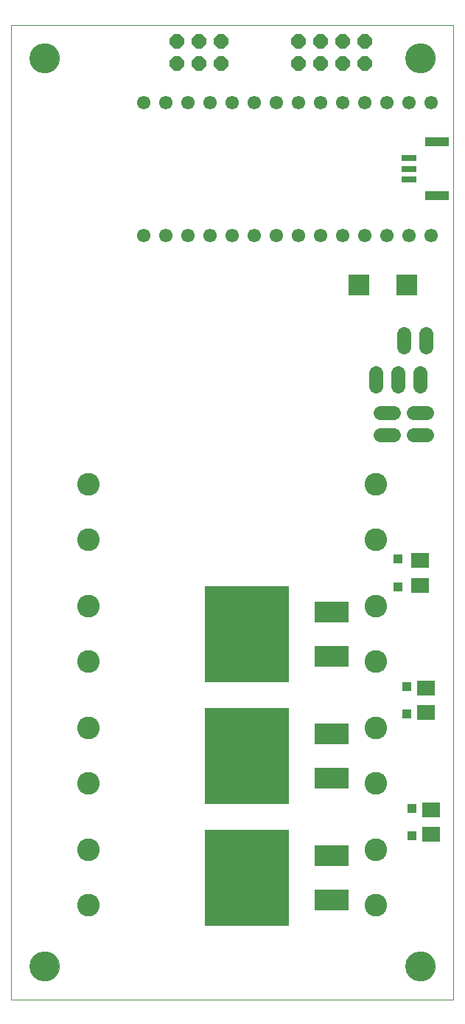
<source format=gbs>
G75*
%MOIN*%
%OFA0B0*%
%FSLAX25Y25*%
%IPPOS*%
%LPD*%
%AMOC8*
5,1,8,0,0,1.08239X$1,22.5*
%
%ADD10C,0.00300*%
%ADD11C,0.10243*%
%ADD12R,0.15400X0.09534*%
%ADD13R,0.38392X0.43707*%
%ADD14R,0.04140X0.03943*%
%ADD15R,0.08274X0.06699*%
%ADD16R,0.09400X0.09400*%
%ADD17OC8,0.06400*%
%ADD18C,0.06400*%
%ADD19C,0.06100*%
%ADD20C,0.00000*%
%ADD21C,0.13400*%
%ADD22R,0.07093X0.02762*%
%ADD23R,0.11030X0.04337*%
D10*
X0255000Y0285000D02*
X0455000Y0285000D01*
X0455000Y0725000D01*
X0255000Y0725000D01*
X0255000Y0285000D01*
D11*
X0290000Y0327500D03*
X0290000Y0352500D03*
X0290000Y0382500D03*
X0290000Y0407500D03*
X0290000Y0437500D03*
X0290000Y0462500D03*
X0290000Y0492500D03*
X0290000Y0517500D03*
X0420000Y0517500D03*
X0420000Y0492500D03*
X0420000Y0462500D03*
X0420000Y0437500D03*
X0420000Y0407500D03*
X0420000Y0382500D03*
X0420000Y0352500D03*
X0420000Y0327500D03*
D12*
X0399882Y0330000D03*
X0399882Y0350000D03*
X0399882Y0385000D03*
X0399882Y0405000D03*
X0399882Y0440000D03*
X0399882Y0460000D03*
D13*
X0361614Y0450000D03*
X0361614Y0395000D03*
X0361614Y0340000D03*
D14*
X0433750Y0413799D03*
X0433750Y0426201D03*
X0430000Y0471299D03*
X0430000Y0483701D03*
X0436250Y0371201D03*
X0436250Y0358799D03*
D15*
X0445000Y0359488D03*
X0445000Y0370512D03*
X0442500Y0414488D03*
X0442500Y0425512D03*
X0440000Y0471988D03*
X0440000Y0483012D03*
D16*
X0433975Y0607500D03*
X0412275Y0607500D03*
D17*
X0415000Y0707500D03*
X0415000Y0717500D03*
X0405000Y0717500D03*
X0405000Y0707500D03*
X0395000Y0707500D03*
X0395000Y0717500D03*
X0385000Y0717500D03*
X0385000Y0707500D03*
X0350000Y0707500D03*
X0350000Y0717500D03*
X0340000Y0717500D03*
X0340000Y0707500D03*
X0330000Y0707500D03*
X0330000Y0717500D03*
D18*
X0432500Y0585500D02*
X0432500Y0579500D01*
X0430000Y0568000D02*
X0430000Y0562000D01*
X0440000Y0562000D02*
X0440000Y0568000D01*
X0442500Y0579500D02*
X0442500Y0585500D01*
X0420000Y0568000D02*
X0420000Y0562000D01*
X0422000Y0550000D02*
X0428000Y0550000D01*
X0437000Y0550000D02*
X0443000Y0550000D01*
X0443000Y0540000D02*
X0437000Y0540000D01*
X0428000Y0540000D02*
X0422000Y0540000D01*
D19*
X0425000Y0630000D03*
X0415000Y0630000D03*
X0405000Y0630000D03*
X0395000Y0630000D03*
X0385000Y0630000D03*
X0375000Y0630000D03*
X0365000Y0630000D03*
X0355000Y0630000D03*
X0345000Y0630000D03*
X0335000Y0630000D03*
X0325000Y0630000D03*
X0315000Y0630000D03*
X0315000Y0690000D03*
X0325000Y0690000D03*
X0335000Y0690000D03*
X0345000Y0690000D03*
X0355000Y0690000D03*
X0365000Y0690000D03*
X0375000Y0690000D03*
X0385000Y0690000D03*
X0395000Y0690000D03*
X0405000Y0690000D03*
X0415000Y0690000D03*
X0425000Y0690000D03*
X0435000Y0690000D03*
X0445000Y0690000D03*
X0445000Y0630000D03*
X0435000Y0630000D03*
D20*
X0433500Y0710000D02*
X0433502Y0710161D01*
X0433508Y0710321D01*
X0433518Y0710482D01*
X0433532Y0710642D01*
X0433550Y0710802D01*
X0433571Y0710961D01*
X0433597Y0711120D01*
X0433627Y0711278D01*
X0433660Y0711435D01*
X0433698Y0711592D01*
X0433739Y0711747D01*
X0433784Y0711901D01*
X0433833Y0712054D01*
X0433886Y0712206D01*
X0433942Y0712357D01*
X0434003Y0712506D01*
X0434066Y0712654D01*
X0434134Y0712800D01*
X0434205Y0712944D01*
X0434279Y0713086D01*
X0434357Y0713227D01*
X0434439Y0713365D01*
X0434524Y0713502D01*
X0434612Y0713636D01*
X0434704Y0713768D01*
X0434799Y0713898D01*
X0434897Y0714026D01*
X0434998Y0714151D01*
X0435102Y0714273D01*
X0435209Y0714393D01*
X0435319Y0714510D01*
X0435432Y0714625D01*
X0435548Y0714736D01*
X0435667Y0714845D01*
X0435788Y0714950D01*
X0435912Y0715053D01*
X0436038Y0715153D01*
X0436166Y0715249D01*
X0436297Y0715342D01*
X0436431Y0715432D01*
X0436566Y0715519D01*
X0436704Y0715602D01*
X0436843Y0715682D01*
X0436985Y0715758D01*
X0437128Y0715831D01*
X0437273Y0715900D01*
X0437420Y0715966D01*
X0437568Y0716028D01*
X0437718Y0716086D01*
X0437869Y0716141D01*
X0438022Y0716192D01*
X0438176Y0716239D01*
X0438331Y0716282D01*
X0438487Y0716321D01*
X0438643Y0716357D01*
X0438801Y0716388D01*
X0438959Y0716416D01*
X0439118Y0716440D01*
X0439278Y0716460D01*
X0439438Y0716476D01*
X0439598Y0716488D01*
X0439759Y0716496D01*
X0439920Y0716500D01*
X0440080Y0716500D01*
X0440241Y0716496D01*
X0440402Y0716488D01*
X0440562Y0716476D01*
X0440722Y0716460D01*
X0440882Y0716440D01*
X0441041Y0716416D01*
X0441199Y0716388D01*
X0441357Y0716357D01*
X0441513Y0716321D01*
X0441669Y0716282D01*
X0441824Y0716239D01*
X0441978Y0716192D01*
X0442131Y0716141D01*
X0442282Y0716086D01*
X0442432Y0716028D01*
X0442580Y0715966D01*
X0442727Y0715900D01*
X0442872Y0715831D01*
X0443015Y0715758D01*
X0443157Y0715682D01*
X0443296Y0715602D01*
X0443434Y0715519D01*
X0443569Y0715432D01*
X0443703Y0715342D01*
X0443834Y0715249D01*
X0443962Y0715153D01*
X0444088Y0715053D01*
X0444212Y0714950D01*
X0444333Y0714845D01*
X0444452Y0714736D01*
X0444568Y0714625D01*
X0444681Y0714510D01*
X0444791Y0714393D01*
X0444898Y0714273D01*
X0445002Y0714151D01*
X0445103Y0714026D01*
X0445201Y0713898D01*
X0445296Y0713768D01*
X0445388Y0713636D01*
X0445476Y0713502D01*
X0445561Y0713365D01*
X0445643Y0713227D01*
X0445721Y0713086D01*
X0445795Y0712944D01*
X0445866Y0712800D01*
X0445934Y0712654D01*
X0445997Y0712506D01*
X0446058Y0712357D01*
X0446114Y0712206D01*
X0446167Y0712054D01*
X0446216Y0711901D01*
X0446261Y0711747D01*
X0446302Y0711592D01*
X0446340Y0711435D01*
X0446373Y0711278D01*
X0446403Y0711120D01*
X0446429Y0710961D01*
X0446450Y0710802D01*
X0446468Y0710642D01*
X0446482Y0710482D01*
X0446492Y0710321D01*
X0446498Y0710161D01*
X0446500Y0710000D01*
X0446498Y0709839D01*
X0446492Y0709679D01*
X0446482Y0709518D01*
X0446468Y0709358D01*
X0446450Y0709198D01*
X0446429Y0709039D01*
X0446403Y0708880D01*
X0446373Y0708722D01*
X0446340Y0708565D01*
X0446302Y0708408D01*
X0446261Y0708253D01*
X0446216Y0708099D01*
X0446167Y0707946D01*
X0446114Y0707794D01*
X0446058Y0707643D01*
X0445997Y0707494D01*
X0445934Y0707346D01*
X0445866Y0707200D01*
X0445795Y0707056D01*
X0445721Y0706914D01*
X0445643Y0706773D01*
X0445561Y0706635D01*
X0445476Y0706498D01*
X0445388Y0706364D01*
X0445296Y0706232D01*
X0445201Y0706102D01*
X0445103Y0705974D01*
X0445002Y0705849D01*
X0444898Y0705727D01*
X0444791Y0705607D01*
X0444681Y0705490D01*
X0444568Y0705375D01*
X0444452Y0705264D01*
X0444333Y0705155D01*
X0444212Y0705050D01*
X0444088Y0704947D01*
X0443962Y0704847D01*
X0443834Y0704751D01*
X0443703Y0704658D01*
X0443569Y0704568D01*
X0443434Y0704481D01*
X0443296Y0704398D01*
X0443157Y0704318D01*
X0443015Y0704242D01*
X0442872Y0704169D01*
X0442727Y0704100D01*
X0442580Y0704034D01*
X0442432Y0703972D01*
X0442282Y0703914D01*
X0442131Y0703859D01*
X0441978Y0703808D01*
X0441824Y0703761D01*
X0441669Y0703718D01*
X0441513Y0703679D01*
X0441357Y0703643D01*
X0441199Y0703612D01*
X0441041Y0703584D01*
X0440882Y0703560D01*
X0440722Y0703540D01*
X0440562Y0703524D01*
X0440402Y0703512D01*
X0440241Y0703504D01*
X0440080Y0703500D01*
X0439920Y0703500D01*
X0439759Y0703504D01*
X0439598Y0703512D01*
X0439438Y0703524D01*
X0439278Y0703540D01*
X0439118Y0703560D01*
X0438959Y0703584D01*
X0438801Y0703612D01*
X0438643Y0703643D01*
X0438487Y0703679D01*
X0438331Y0703718D01*
X0438176Y0703761D01*
X0438022Y0703808D01*
X0437869Y0703859D01*
X0437718Y0703914D01*
X0437568Y0703972D01*
X0437420Y0704034D01*
X0437273Y0704100D01*
X0437128Y0704169D01*
X0436985Y0704242D01*
X0436843Y0704318D01*
X0436704Y0704398D01*
X0436566Y0704481D01*
X0436431Y0704568D01*
X0436297Y0704658D01*
X0436166Y0704751D01*
X0436038Y0704847D01*
X0435912Y0704947D01*
X0435788Y0705050D01*
X0435667Y0705155D01*
X0435548Y0705264D01*
X0435432Y0705375D01*
X0435319Y0705490D01*
X0435209Y0705607D01*
X0435102Y0705727D01*
X0434998Y0705849D01*
X0434897Y0705974D01*
X0434799Y0706102D01*
X0434704Y0706232D01*
X0434612Y0706364D01*
X0434524Y0706498D01*
X0434439Y0706635D01*
X0434357Y0706773D01*
X0434279Y0706914D01*
X0434205Y0707056D01*
X0434134Y0707200D01*
X0434066Y0707346D01*
X0434003Y0707494D01*
X0433942Y0707643D01*
X0433886Y0707794D01*
X0433833Y0707946D01*
X0433784Y0708099D01*
X0433739Y0708253D01*
X0433698Y0708408D01*
X0433660Y0708565D01*
X0433627Y0708722D01*
X0433597Y0708880D01*
X0433571Y0709039D01*
X0433550Y0709198D01*
X0433532Y0709358D01*
X0433518Y0709518D01*
X0433508Y0709679D01*
X0433502Y0709839D01*
X0433500Y0710000D01*
X0263500Y0710000D02*
X0263502Y0710161D01*
X0263508Y0710321D01*
X0263518Y0710482D01*
X0263532Y0710642D01*
X0263550Y0710802D01*
X0263571Y0710961D01*
X0263597Y0711120D01*
X0263627Y0711278D01*
X0263660Y0711435D01*
X0263698Y0711592D01*
X0263739Y0711747D01*
X0263784Y0711901D01*
X0263833Y0712054D01*
X0263886Y0712206D01*
X0263942Y0712357D01*
X0264003Y0712506D01*
X0264066Y0712654D01*
X0264134Y0712800D01*
X0264205Y0712944D01*
X0264279Y0713086D01*
X0264357Y0713227D01*
X0264439Y0713365D01*
X0264524Y0713502D01*
X0264612Y0713636D01*
X0264704Y0713768D01*
X0264799Y0713898D01*
X0264897Y0714026D01*
X0264998Y0714151D01*
X0265102Y0714273D01*
X0265209Y0714393D01*
X0265319Y0714510D01*
X0265432Y0714625D01*
X0265548Y0714736D01*
X0265667Y0714845D01*
X0265788Y0714950D01*
X0265912Y0715053D01*
X0266038Y0715153D01*
X0266166Y0715249D01*
X0266297Y0715342D01*
X0266431Y0715432D01*
X0266566Y0715519D01*
X0266704Y0715602D01*
X0266843Y0715682D01*
X0266985Y0715758D01*
X0267128Y0715831D01*
X0267273Y0715900D01*
X0267420Y0715966D01*
X0267568Y0716028D01*
X0267718Y0716086D01*
X0267869Y0716141D01*
X0268022Y0716192D01*
X0268176Y0716239D01*
X0268331Y0716282D01*
X0268487Y0716321D01*
X0268643Y0716357D01*
X0268801Y0716388D01*
X0268959Y0716416D01*
X0269118Y0716440D01*
X0269278Y0716460D01*
X0269438Y0716476D01*
X0269598Y0716488D01*
X0269759Y0716496D01*
X0269920Y0716500D01*
X0270080Y0716500D01*
X0270241Y0716496D01*
X0270402Y0716488D01*
X0270562Y0716476D01*
X0270722Y0716460D01*
X0270882Y0716440D01*
X0271041Y0716416D01*
X0271199Y0716388D01*
X0271357Y0716357D01*
X0271513Y0716321D01*
X0271669Y0716282D01*
X0271824Y0716239D01*
X0271978Y0716192D01*
X0272131Y0716141D01*
X0272282Y0716086D01*
X0272432Y0716028D01*
X0272580Y0715966D01*
X0272727Y0715900D01*
X0272872Y0715831D01*
X0273015Y0715758D01*
X0273157Y0715682D01*
X0273296Y0715602D01*
X0273434Y0715519D01*
X0273569Y0715432D01*
X0273703Y0715342D01*
X0273834Y0715249D01*
X0273962Y0715153D01*
X0274088Y0715053D01*
X0274212Y0714950D01*
X0274333Y0714845D01*
X0274452Y0714736D01*
X0274568Y0714625D01*
X0274681Y0714510D01*
X0274791Y0714393D01*
X0274898Y0714273D01*
X0275002Y0714151D01*
X0275103Y0714026D01*
X0275201Y0713898D01*
X0275296Y0713768D01*
X0275388Y0713636D01*
X0275476Y0713502D01*
X0275561Y0713365D01*
X0275643Y0713227D01*
X0275721Y0713086D01*
X0275795Y0712944D01*
X0275866Y0712800D01*
X0275934Y0712654D01*
X0275997Y0712506D01*
X0276058Y0712357D01*
X0276114Y0712206D01*
X0276167Y0712054D01*
X0276216Y0711901D01*
X0276261Y0711747D01*
X0276302Y0711592D01*
X0276340Y0711435D01*
X0276373Y0711278D01*
X0276403Y0711120D01*
X0276429Y0710961D01*
X0276450Y0710802D01*
X0276468Y0710642D01*
X0276482Y0710482D01*
X0276492Y0710321D01*
X0276498Y0710161D01*
X0276500Y0710000D01*
X0276498Y0709839D01*
X0276492Y0709679D01*
X0276482Y0709518D01*
X0276468Y0709358D01*
X0276450Y0709198D01*
X0276429Y0709039D01*
X0276403Y0708880D01*
X0276373Y0708722D01*
X0276340Y0708565D01*
X0276302Y0708408D01*
X0276261Y0708253D01*
X0276216Y0708099D01*
X0276167Y0707946D01*
X0276114Y0707794D01*
X0276058Y0707643D01*
X0275997Y0707494D01*
X0275934Y0707346D01*
X0275866Y0707200D01*
X0275795Y0707056D01*
X0275721Y0706914D01*
X0275643Y0706773D01*
X0275561Y0706635D01*
X0275476Y0706498D01*
X0275388Y0706364D01*
X0275296Y0706232D01*
X0275201Y0706102D01*
X0275103Y0705974D01*
X0275002Y0705849D01*
X0274898Y0705727D01*
X0274791Y0705607D01*
X0274681Y0705490D01*
X0274568Y0705375D01*
X0274452Y0705264D01*
X0274333Y0705155D01*
X0274212Y0705050D01*
X0274088Y0704947D01*
X0273962Y0704847D01*
X0273834Y0704751D01*
X0273703Y0704658D01*
X0273569Y0704568D01*
X0273434Y0704481D01*
X0273296Y0704398D01*
X0273157Y0704318D01*
X0273015Y0704242D01*
X0272872Y0704169D01*
X0272727Y0704100D01*
X0272580Y0704034D01*
X0272432Y0703972D01*
X0272282Y0703914D01*
X0272131Y0703859D01*
X0271978Y0703808D01*
X0271824Y0703761D01*
X0271669Y0703718D01*
X0271513Y0703679D01*
X0271357Y0703643D01*
X0271199Y0703612D01*
X0271041Y0703584D01*
X0270882Y0703560D01*
X0270722Y0703540D01*
X0270562Y0703524D01*
X0270402Y0703512D01*
X0270241Y0703504D01*
X0270080Y0703500D01*
X0269920Y0703500D01*
X0269759Y0703504D01*
X0269598Y0703512D01*
X0269438Y0703524D01*
X0269278Y0703540D01*
X0269118Y0703560D01*
X0268959Y0703584D01*
X0268801Y0703612D01*
X0268643Y0703643D01*
X0268487Y0703679D01*
X0268331Y0703718D01*
X0268176Y0703761D01*
X0268022Y0703808D01*
X0267869Y0703859D01*
X0267718Y0703914D01*
X0267568Y0703972D01*
X0267420Y0704034D01*
X0267273Y0704100D01*
X0267128Y0704169D01*
X0266985Y0704242D01*
X0266843Y0704318D01*
X0266704Y0704398D01*
X0266566Y0704481D01*
X0266431Y0704568D01*
X0266297Y0704658D01*
X0266166Y0704751D01*
X0266038Y0704847D01*
X0265912Y0704947D01*
X0265788Y0705050D01*
X0265667Y0705155D01*
X0265548Y0705264D01*
X0265432Y0705375D01*
X0265319Y0705490D01*
X0265209Y0705607D01*
X0265102Y0705727D01*
X0264998Y0705849D01*
X0264897Y0705974D01*
X0264799Y0706102D01*
X0264704Y0706232D01*
X0264612Y0706364D01*
X0264524Y0706498D01*
X0264439Y0706635D01*
X0264357Y0706773D01*
X0264279Y0706914D01*
X0264205Y0707056D01*
X0264134Y0707200D01*
X0264066Y0707346D01*
X0264003Y0707494D01*
X0263942Y0707643D01*
X0263886Y0707794D01*
X0263833Y0707946D01*
X0263784Y0708099D01*
X0263739Y0708253D01*
X0263698Y0708408D01*
X0263660Y0708565D01*
X0263627Y0708722D01*
X0263597Y0708880D01*
X0263571Y0709039D01*
X0263550Y0709198D01*
X0263532Y0709358D01*
X0263518Y0709518D01*
X0263508Y0709679D01*
X0263502Y0709839D01*
X0263500Y0710000D01*
X0263500Y0300000D02*
X0263502Y0300161D01*
X0263508Y0300321D01*
X0263518Y0300482D01*
X0263532Y0300642D01*
X0263550Y0300802D01*
X0263571Y0300961D01*
X0263597Y0301120D01*
X0263627Y0301278D01*
X0263660Y0301435D01*
X0263698Y0301592D01*
X0263739Y0301747D01*
X0263784Y0301901D01*
X0263833Y0302054D01*
X0263886Y0302206D01*
X0263942Y0302357D01*
X0264003Y0302506D01*
X0264066Y0302654D01*
X0264134Y0302800D01*
X0264205Y0302944D01*
X0264279Y0303086D01*
X0264357Y0303227D01*
X0264439Y0303365D01*
X0264524Y0303502D01*
X0264612Y0303636D01*
X0264704Y0303768D01*
X0264799Y0303898D01*
X0264897Y0304026D01*
X0264998Y0304151D01*
X0265102Y0304273D01*
X0265209Y0304393D01*
X0265319Y0304510D01*
X0265432Y0304625D01*
X0265548Y0304736D01*
X0265667Y0304845D01*
X0265788Y0304950D01*
X0265912Y0305053D01*
X0266038Y0305153D01*
X0266166Y0305249D01*
X0266297Y0305342D01*
X0266431Y0305432D01*
X0266566Y0305519D01*
X0266704Y0305602D01*
X0266843Y0305682D01*
X0266985Y0305758D01*
X0267128Y0305831D01*
X0267273Y0305900D01*
X0267420Y0305966D01*
X0267568Y0306028D01*
X0267718Y0306086D01*
X0267869Y0306141D01*
X0268022Y0306192D01*
X0268176Y0306239D01*
X0268331Y0306282D01*
X0268487Y0306321D01*
X0268643Y0306357D01*
X0268801Y0306388D01*
X0268959Y0306416D01*
X0269118Y0306440D01*
X0269278Y0306460D01*
X0269438Y0306476D01*
X0269598Y0306488D01*
X0269759Y0306496D01*
X0269920Y0306500D01*
X0270080Y0306500D01*
X0270241Y0306496D01*
X0270402Y0306488D01*
X0270562Y0306476D01*
X0270722Y0306460D01*
X0270882Y0306440D01*
X0271041Y0306416D01*
X0271199Y0306388D01*
X0271357Y0306357D01*
X0271513Y0306321D01*
X0271669Y0306282D01*
X0271824Y0306239D01*
X0271978Y0306192D01*
X0272131Y0306141D01*
X0272282Y0306086D01*
X0272432Y0306028D01*
X0272580Y0305966D01*
X0272727Y0305900D01*
X0272872Y0305831D01*
X0273015Y0305758D01*
X0273157Y0305682D01*
X0273296Y0305602D01*
X0273434Y0305519D01*
X0273569Y0305432D01*
X0273703Y0305342D01*
X0273834Y0305249D01*
X0273962Y0305153D01*
X0274088Y0305053D01*
X0274212Y0304950D01*
X0274333Y0304845D01*
X0274452Y0304736D01*
X0274568Y0304625D01*
X0274681Y0304510D01*
X0274791Y0304393D01*
X0274898Y0304273D01*
X0275002Y0304151D01*
X0275103Y0304026D01*
X0275201Y0303898D01*
X0275296Y0303768D01*
X0275388Y0303636D01*
X0275476Y0303502D01*
X0275561Y0303365D01*
X0275643Y0303227D01*
X0275721Y0303086D01*
X0275795Y0302944D01*
X0275866Y0302800D01*
X0275934Y0302654D01*
X0275997Y0302506D01*
X0276058Y0302357D01*
X0276114Y0302206D01*
X0276167Y0302054D01*
X0276216Y0301901D01*
X0276261Y0301747D01*
X0276302Y0301592D01*
X0276340Y0301435D01*
X0276373Y0301278D01*
X0276403Y0301120D01*
X0276429Y0300961D01*
X0276450Y0300802D01*
X0276468Y0300642D01*
X0276482Y0300482D01*
X0276492Y0300321D01*
X0276498Y0300161D01*
X0276500Y0300000D01*
X0276498Y0299839D01*
X0276492Y0299679D01*
X0276482Y0299518D01*
X0276468Y0299358D01*
X0276450Y0299198D01*
X0276429Y0299039D01*
X0276403Y0298880D01*
X0276373Y0298722D01*
X0276340Y0298565D01*
X0276302Y0298408D01*
X0276261Y0298253D01*
X0276216Y0298099D01*
X0276167Y0297946D01*
X0276114Y0297794D01*
X0276058Y0297643D01*
X0275997Y0297494D01*
X0275934Y0297346D01*
X0275866Y0297200D01*
X0275795Y0297056D01*
X0275721Y0296914D01*
X0275643Y0296773D01*
X0275561Y0296635D01*
X0275476Y0296498D01*
X0275388Y0296364D01*
X0275296Y0296232D01*
X0275201Y0296102D01*
X0275103Y0295974D01*
X0275002Y0295849D01*
X0274898Y0295727D01*
X0274791Y0295607D01*
X0274681Y0295490D01*
X0274568Y0295375D01*
X0274452Y0295264D01*
X0274333Y0295155D01*
X0274212Y0295050D01*
X0274088Y0294947D01*
X0273962Y0294847D01*
X0273834Y0294751D01*
X0273703Y0294658D01*
X0273569Y0294568D01*
X0273434Y0294481D01*
X0273296Y0294398D01*
X0273157Y0294318D01*
X0273015Y0294242D01*
X0272872Y0294169D01*
X0272727Y0294100D01*
X0272580Y0294034D01*
X0272432Y0293972D01*
X0272282Y0293914D01*
X0272131Y0293859D01*
X0271978Y0293808D01*
X0271824Y0293761D01*
X0271669Y0293718D01*
X0271513Y0293679D01*
X0271357Y0293643D01*
X0271199Y0293612D01*
X0271041Y0293584D01*
X0270882Y0293560D01*
X0270722Y0293540D01*
X0270562Y0293524D01*
X0270402Y0293512D01*
X0270241Y0293504D01*
X0270080Y0293500D01*
X0269920Y0293500D01*
X0269759Y0293504D01*
X0269598Y0293512D01*
X0269438Y0293524D01*
X0269278Y0293540D01*
X0269118Y0293560D01*
X0268959Y0293584D01*
X0268801Y0293612D01*
X0268643Y0293643D01*
X0268487Y0293679D01*
X0268331Y0293718D01*
X0268176Y0293761D01*
X0268022Y0293808D01*
X0267869Y0293859D01*
X0267718Y0293914D01*
X0267568Y0293972D01*
X0267420Y0294034D01*
X0267273Y0294100D01*
X0267128Y0294169D01*
X0266985Y0294242D01*
X0266843Y0294318D01*
X0266704Y0294398D01*
X0266566Y0294481D01*
X0266431Y0294568D01*
X0266297Y0294658D01*
X0266166Y0294751D01*
X0266038Y0294847D01*
X0265912Y0294947D01*
X0265788Y0295050D01*
X0265667Y0295155D01*
X0265548Y0295264D01*
X0265432Y0295375D01*
X0265319Y0295490D01*
X0265209Y0295607D01*
X0265102Y0295727D01*
X0264998Y0295849D01*
X0264897Y0295974D01*
X0264799Y0296102D01*
X0264704Y0296232D01*
X0264612Y0296364D01*
X0264524Y0296498D01*
X0264439Y0296635D01*
X0264357Y0296773D01*
X0264279Y0296914D01*
X0264205Y0297056D01*
X0264134Y0297200D01*
X0264066Y0297346D01*
X0264003Y0297494D01*
X0263942Y0297643D01*
X0263886Y0297794D01*
X0263833Y0297946D01*
X0263784Y0298099D01*
X0263739Y0298253D01*
X0263698Y0298408D01*
X0263660Y0298565D01*
X0263627Y0298722D01*
X0263597Y0298880D01*
X0263571Y0299039D01*
X0263550Y0299198D01*
X0263532Y0299358D01*
X0263518Y0299518D01*
X0263508Y0299679D01*
X0263502Y0299839D01*
X0263500Y0300000D01*
X0433500Y0300000D02*
X0433502Y0300161D01*
X0433508Y0300321D01*
X0433518Y0300482D01*
X0433532Y0300642D01*
X0433550Y0300802D01*
X0433571Y0300961D01*
X0433597Y0301120D01*
X0433627Y0301278D01*
X0433660Y0301435D01*
X0433698Y0301592D01*
X0433739Y0301747D01*
X0433784Y0301901D01*
X0433833Y0302054D01*
X0433886Y0302206D01*
X0433942Y0302357D01*
X0434003Y0302506D01*
X0434066Y0302654D01*
X0434134Y0302800D01*
X0434205Y0302944D01*
X0434279Y0303086D01*
X0434357Y0303227D01*
X0434439Y0303365D01*
X0434524Y0303502D01*
X0434612Y0303636D01*
X0434704Y0303768D01*
X0434799Y0303898D01*
X0434897Y0304026D01*
X0434998Y0304151D01*
X0435102Y0304273D01*
X0435209Y0304393D01*
X0435319Y0304510D01*
X0435432Y0304625D01*
X0435548Y0304736D01*
X0435667Y0304845D01*
X0435788Y0304950D01*
X0435912Y0305053D01*
X0436038Y0305153D01*
X0436166Y0305249D01*
X0436297Y0305342D01*
X0436431Y0305432D01*
X0436566Y0305519D01*
X0436704Y0305602D01*
X0436843Y0305682D01*
X0436985Y0305758D01*
X0437128Y0305831D01*
X0437273Y0305900D01*
X0437420Y0305966D01*
X0437568Y0306028D01*
X0437718Y0306086D01*
X0437869Y0306141D01*
X0438022Y0306192D01*
X0438176Y0306239D01*
X0438331Y0306282D01*
X0438487Y0306321D01*
X0438643Y0306357D01*
X0438801Y0306388D01*
X0438959Y0306416D01*
X0439118Y0306440D01*
X0439278Y0306460D01*
X0439438Y0306476D01*
X0439598Y0306488D01*
X0439759Y0306496D01*
X0439920Y0306500D01*
X0440080Y0306500D01*
X0440241Y0306496D01*
X0440402Y0306488D01*
X0440562Y0306476D01*
X0440722Y0306460D01*
X0440882Y0306440D01*
X0441041Y0306416D01*
X0441199Y0306388D01*
X0441357Y0306357D01*
X0441513Y0306321D01*
X0441669Y0306282D01*
X0441824Y0306239D01*
X0441978Y0306192D01*
X0442131Y0306141D01*
X0442282Y0306086D01*
X0442432Y0306028D01*
X0442580Y0305966D01*
X0442727Y0305900D01*
X0442872Y0305831D01*
X0443015Y0305758D01*
X0443157Y0305682D01*
X0443296Y0305602D01*
X0443434Y0305519D01*
X0443569Y0305432D01*
X0443703Y0305342D01*
X0443834Y0305249D01*
X0443962Y0305153D01*
X0444088Y0305053D01*
X0444212Y0304950D01*
X0444333Y0304845D01*
X0444452Y0304736D01*
X0444568Y0304625D01*
X0444681Y0304510D01*
X0444791Y0304393D01*
X0444898Y0304273D01*
X0445002Y0304151D01*
X0445103Y0304026D01*
X0445201Y0303898D01*
X0445296Y0303768D01*
X0445388Y0303636D01*
X0445476Y0303502D01*
X0445561Y0303365D01*
X0445643Y0303227D01*
X0445721Y0303086D01*
X0445795Y0302944D01*
X0445866Y0302800D01*
X0445934Y0302654D01*
X0445997Y0302506D01*
X0446058Y0302357D01*
X0446114Y0302206D01*
X0446167Y0302054D01*
X0446216Y0301901D01*
X0446261Y0301747D01*
X0446302Y0301592D01*
X0446340Y0301435D01*
X0446373Y0301278D01*
X0446403Y0301120D01*
X0446429Y0300961D01*
X0446450Y0300802D01*
X0446468Y0300642D01*
X0446482Y0300482D01*
X0446492Y0300321D01*
X0446498Y0300161D01*
X0446500Y0300000D01*
X0446498Y0299839D01*
X0446492Y0299679D01*
X0446482Y0299518D01*
X0446468Y0299358D01*
X0446450Y0299198D01*
X0446429Y0299039D01*
X0446403Y0298880D01*
X0446373Y0298722D01*
X0446340Y0298565D01*
X0446302Y0298408D01*
X0446261Y0298253D01*
X0446216Y0298099D01*
X0446167Y0297946D01*
X0446114Y0297794D01*
X0446058Y0297643D01*
X0445997Y0297494D01*
X0445934Y0297346D01*
X0445866Y0297200D01*
X0445795Y0297056D01*
X0445721Y0296914D01*
X0445643Y0296773D01*
X0445561Y0296635D01*
X0445476Y0296498D01*
X0445388Y0296364D01*
X0445296Y0296232D01*
X0445201Y0296102D01*
X0445103Y0295974D01*
X0445002Y0295849D01*
X0444898Y0295727D01*
X0444791Y0295607D01*
X0444681Y0295490D01*
X0444568Y0295375D01*
X0444452Y0295264D01*
X0444333Y0295155D01*
X0444212Y0295050D01*
X0444088Y0294947D01*
X0443962Y0294847D01*
X0443834Y0294751D01*
X0443703Y0294658D01*
X0443569Y0294568D01*
X0443434Y0294481D01*
X0443296Y0294398D01*
X0443157Y0294318D01*
X0443015Y0294242D01*
X0442872Y0294169D01*
X0442727Y0294100D01*
X0442580Y0294034D01*
X0442432Y0293972D01*
X0442282Y0293914D01*
X0442131Y0293859D01*
X0441978Y0293808D01*
X0441824Y0293761D01*
X0441669Y0293718D01*
X0441513Y0293679D01*
X0441357Y0293643D01*
X0441199Y0293612D01*
X0441041Y0293584D01*
X0440882Y0293560D01*
X0440722Y0293540D01*
X0440562Y0293524D01*
X0440402Y0293512D01*
X0440241Y0293504D01*
X0440080Y0293500D01*
X0439920Y0293500D01*
X0439759Y0293504D01*
X0439598Y0293512D01*
X0439438Y0293524D01*
X0439278Y0293540D01*
X0439118Y0293560D01*
X0438959Y0293584D01*
X0438801Y0293612D01*
X0438643Y0293643D01*
X0438487Y0293679D01*
X0438331Y0293718D01*
X0438176Y0293761D01*
X0438022Y0293808D01*
X0437869Y0293859D01*
X0437718Y0293914D01*
X0437568Y0293972D01*
X0437420Y0294034D01*
X0437273Y0294100D01*
X0437128Y0294169D01*
X0436985Y0294242D01*
X0436843Y0294318D01*
X0436704Y0294398D01*
X0436566Y0294481D01*
X0436431Y0294568D01*
X0436297Y0294658D01*
X0436166Y0294751D01*
X0436038Y0294847D01*
X0435912Y0294947D01*
X0435788Y0295050D01*
X0435667Y0295155D01*
X0435548Y0295264D01*
X0435432Y0295375D01*
X0435319Y0295490D01*
X0435209Y0295607D01*
X0435102Y0295727D01*
X0434998Y0295849D01*
X0434897Y0295974D01*
X0434799Y0296102D01*
X0434704Y0296232D01*
X0434612Y0296364D01*
X0434524Y0296498D01*
X0434439Y0296635D01*
X0434357Y0296773D01*
X0434279Y0296914D01*
X0434205Y0297056D01*
X0434134Y0297200D01*
X0434066Y0297346D01*
X0434003Y0297494D01*
X0433942Y0297643D01*
X0433886Y0297794D01*
X0433833Y0297946D01*
X0433784Y0298099D01*
X0433739Y0298253D01*
X0433698Y0298408D01*
X0433660Y0298565D01*
X0433627Y0298722D01*
X0433597Y0298880D01*
X0433571Y0299039D01*
X0433550Y0299198D01*
X0433532Y0299358D01*
X0433518Y0299518D01*
X0433508Y0299679D01*
X0433502Y0299839D01*
X0433500Y0300000D01*
D21*
X0440000Y0300000D03*
X0270000Y0300000D03*
X0270000Y0710000D03*
X0440000Y0710000D03*
D22*
X0434779Y0664921D03*
X0434779Y0660000D03*
X0434779Y0655079D03*
D23*
X0447377Y0647795D03*
X0447377Y0672205D03*
M02*

</source>
